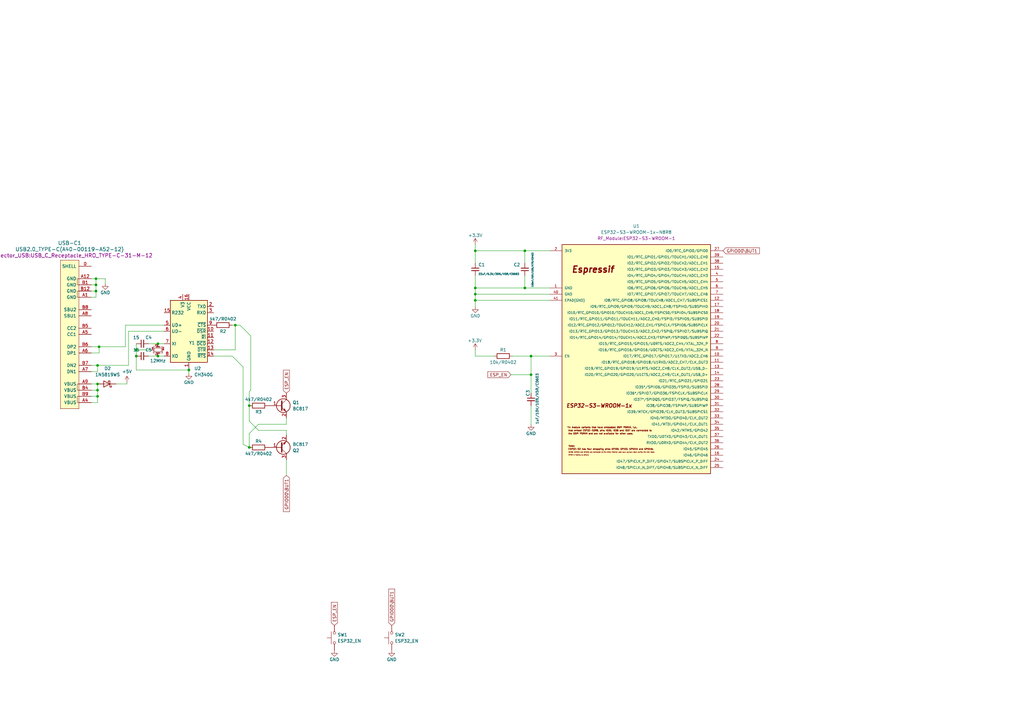
<source format=kicad_sch>
(kicad_sch (version 20230121) (generator eeschema)
  (paper "A3")
  (lib_symbols
    (symbol "Device:C_Small" (pin_numbers hide) (pin_names (offset 0.254) hide)
      (property "Reference" "C" (at 0.254 1.778 0))
      (property "Value" "C_Small" (at 0.254 -2.032 0))
      (symbol "C_Small_0_1"
        (polyline (pts (xy -1.524 -0.508) (xy 1.524 -0.508)) (stroke (width 0.3302)))
        (polyline (pts (xy -1.524 0.508) (xy 1.524 0.508)) (stroke (width 0.3048)))
      )
      (symbol "C_Small_1_1"
        (pin passive line (at 0 2.54 270) (length 2.032) (name "~") (number "1"))
        (pin passive line (at 0 -2.54 90) (length 2.032) (name "~") (number "2"))
      )
    )
    (symbol "Device:Crystal_GND24_Small" (pin_names (offset 1.016) hide)
      (property "Reference" "Y" (at 1.27 4.445 0))
      (property "Value" "Crystal_GND24_Small" (at 1.27 2.54 0))
      (symbol "Crystal_GND24_Small_0_1"
        (rectangle (start -0.762 -1.524) (end 0.762 1.524))
        (polyline (pts (xy -1.27 -0.762) (xy -1.27 0.762)) (stroke (width 0.381)))
        (polyline (pts (xy 1.27 -0.762) (xy 1.27 0.762)) (stroke (width 0.381)))
        (polyline (pts (xy -1.27 -1.27) (xy -1.27 -1.905) (xy 1.27 -1.905) (xy 1.27 -1.27)))
        (polyline (pts (xy -1.27 1.27) (xy -1.27 1.905) (xy 1.27 1.905) (xy 1.27 1.27)))
      )
      (symbol "Crystal_GND24_Small_1_1"
        (pin passive line (at -2.54 0 0) (length 1.27) (name "1") (number "1"))
        (pin passive line (at 0 -2.54 90) (length 0.635) (name "2") (number "2"))
        (pin passive line (at 2.54 0 180) (length 1.27) (name "3") (number "3"))
        (pin passive line (at 0 2.54 270) (length 0.635) (name "4") (number "4"))
      )
    )
    (symbol "Diode:1N5819WS" (pin_numbers hide) (pin_names (offset 1.016) hide)
      (property "Reference" "D" (at 0 2.54 0))
      (property "Value" "1N5819WS" (at 0 -2.54 0))
      (symbol "1N5819WS_0_1"
        (polyline (pts (xy 1.27 0) (xy -1.27 0)))
        (polyline (pts (xy 1.27 1.27) (xy 1.27 -1.27) (xy -1.27 0) (xy 1.27 1.27)) (stroke (width 0.254)))
        (polyline (pts (xy -1.905 0.635) (xy -1.905 1.27) (xy -1.27 1.27) (xy -1.27 -1.27) (xy -0.635 -1.27) (xy -0.635 -0.635)) (stroke (width 0.254)))
      )
      (symbol "1N5819WS_1_1"
        (pin passive line (at -3.81 0 0) (length 2.54) (name "K") (number "1"))
        (pin passive line (at 3.81 0 180) (length 2.54) (name "A") (number "2"))
      )
    )
    (symbol "ESP32-S3-DevKit-LiPo_Rev_B:+3.3V" (power) (pin_names (offset 0))
      (property "Value" "+3.3V" (at 0 3.556 0))
      (symbol "+3.3V_0_1"
        (polyline (pts (xy -0.762 1.27) (xy 0 2.54)))
        (polyline (pts (xy 0 0) (xy 0 2.54)))
        (polyline (pts (xy 0 2.54) (xy 0.762 1.27)))
      )
      (symbol "+3.3V_1_1"
        (pin power_in line (at 0 0 90) (length 0) hide (name "+3.3V") (number "1"))
      )
    )
    (symbol "ESP32-S3-DevKit-LiPo_Rev_B:+5V" (power) (pin_names (offset 0))
      (property "Value" "+5V" (at 0 3.556 0))
      (symbol "+5V_0_1"
        (polyline (pts (xy -0.762 1.27) (xy 0 2.54)))
        (polyline (pts (xy 0 0) (xy 0 2.54)))
        (polyline (pts (xy 0 2.54) (xy 0.762 1.27)))
      )
      (symbol "+5V_1_1"
        (pin power_in line (at 0 0 90) (length 0) hide (name "+5V") (number "1"))
      )
    )
    (symbol "ESP32-S3-DevKit-LiPo_Rev_B:C" (pin_numbers hide) (pin_names (offset 0.254) hide)
      (property "Reference" "C" (at 0.254 1.778 0))
      (property "Value" "C" (at 0.254 -2.032 0))
      (symbol "C_0_1"
        (polyline (pts (xy -1.524 -0.508) (xy 1.524 -0.508)) (stroke (width 0.3302)))
        (polyline (pts (xy -1.524 0.508) (xy 1.524 0.508)) (stroke (width 0.3048)))
      )
      (symbol "C_1_1"
        (pin passive line (at 0 2.54 270) (length 1.905) (name "~") (number "1"))
        (pin passive line (at 0 -2.54 90) (length 2.032) (name "~") (number "2"))
      )
    )
    (symbol "ESP32-S3-DevKit-LiPo_Rev_B:ESP32-S3-WROOM-1x-N8R8" (pin_names (offset 1.016))
      (property "Reference" "U" (at 0 46.8122 0))
      (property "Value" "ESP32-S3-WROOM-1x-N8R8" (at -15.24 -50.8 0))
      (property "Footprint" "OLIMEX_Cases-FP:ESP32-­S3-­WROOM­-1" (at -20.32 -53.34 0))
      (symbol "ESP32-S3-WROOM-1x-N8R8_0_0"
        (rectangle (start -30.48 -48.26) (end 30.48 45.72) (stroke (width 0.254)) (fill (type background)))
        (text "*In module variants that have embedded OSPI PSRAM, i.e.," (at -13.97 -29.21 0) (effects (font (size 0.635 0.635))))
        (text "ESP32-S3 has four strapping pins: GPIO0, GPIO3, GPIO45 and GPIO46." (at -10.414 -38.1 0) (effects (font (size 0.635 0.635))))
        (text "ESP32-S3-WROOM-1x" (at -15.24 -20.32 0) (effects (font (size 1.524 1.524) bold italic)))
        (text "Espressif" (at -17.78 35.56 0) (effects (font (size 2.54 2.54) bold italic)))
        (text "GPIO0, GPIO45 and GPIO46 are connected to the chip’s internal weak pull-up/pull-down during the chip reset." (at -10.16 -39.37 0) (effects (font (size 0.4064 0.4064))))
        (text "GPIO3 is floating by default." (at -23.622 -40.513 0) (effects (font (size 0.381 0.381))))
        (text "Note:" (at -26.543 -36.83 0) (effects (font (size 0.635 0.635))))
        (text "that embed ESP32-S3R8, pins IO35, IO36 and IO37 are connected to" (at -10.795 -30.48 0) (effects (font (size 0.635 0.635))))
        (text "the OSPI PSRAM and are not available for other uses." (at -14.605 -31.75 0) (effects (font (size 0.635 0.635))))
        (pin power_in line (at -35.56 27.94 0) (length 5.08) (name "GND") (number "1"))
        (pin bidirectional line (at 35.56 0 180) (length 5.08) (name "IO17/RTC_GPIO17/GPIO17/U1TXD/ADC2_CH6") (number "10"))
        (pin bidirectional line (at 35.56 -2.54 180) (length 5.08) (name "IO18/RTC_GPIO18/GPIO18/U1RXD/ADC2_CH7/CLK_OUT3") (number "11"))
        (pin bidirectional line (at 35.56 22.86 180) (length 5.08) (name "IO8/RTC_GPIO8/GPIO8/TOUCH8/ADC1_CH7/SUBSPICS1") (number "12"))
        (pin bidirectional line (at 35.56 -5.08 180) (length 5.08) (name "IO19/RTC_GPIO19/GPIO19/U1RTS/ADC2_CH8/CLK_OUT2/USB_D-") (number "13"))
        (pin bidirectional line (at 35.56 -7.62 180) (length 5.08) (name "IO20/RTC_GPIO20/GPIO20/U1CTS/ADC2_CH9/CLK_OUT1/USB_D+") (number "14"))
        (pin bidirectional line (at 35.56 35.56 180) (length 5.08) (name "IO3/RTC_GPIO3/GPIO3/TOUCH3/ADC1_CH2") (number "15"))
        (pin bidirectional line (at 35.56 -40.64 180) (length 5.08) (name "IO46/GPIO46") (number "16"))
        (pin bidirectional line (at 35.56 20.32 180) (length 5.08) (name "IO9/RTC_GPIO9/GPIO9/TOUCH9/ADC1_CH8/FSPIHD/SUBSPIHD") (number "17"))
        (pin bidirectional line (at 35.56 17.78 180) (length 5.08) (name "IO10/RTC_GPIO10/GPIO10/TOUCH10/ADC1_CH9/FSPICS0/FSPIIO4/SUBSPICS0") (number "18"))
        (pin bidirectional line (at 35.56 15.24 180) (length 5.08) (name "IO11/RTC_GPIO11/GPIO11/TOUCH11/ADC2_CH0/FSPID/FSPIIO5/SUBSPID") (number "19"))
        (pin power_in line (at -35.56 43.18 0) (length 5.08) (name "3V3") (number "2"))
        (pin bidirectional line (at 35.56 12.7 180) (length 5.08) (name "IO12/RTC_GPIO12/GPIO12/TOUCH12/ADC2_CH1/FSPICLK/FSPIIO6/SUBSPICLK") (number "20"))
        (pin bidirectional line (at 35.56 10.16 180) (length 5.08) (name "IO13/RTC_GPIO13/GPIO13/TOUCH13/ADC2_CH2/FSPIQ/FSPIIO7/SUBSPIQ") (number "21"))
        (pin bidirectional line (at 35.56 7.62 180) (length 5.08) (name "IO14/RTC_GPIO14/GPIO14/TOUCH14/ADC2_CH3/FSPIWP/FSPIDQS/SUBSPIWP") (number "22"))
        (pin bidirectional line (at 35.56 -10.16 180) (length 5.08) (name "IO21/RTC_GPIO21/GPIO21") (number "23"))
        (pin bidirectional line (at 35.56 -43.18 180) (length 5.08) (name "IO47/SPICLK_P_DIFF/GPIO47/SUBSPICLK_P_DIFF") (number "24"))
        (pin bidirectional line (at 35.56 -45.72 180) (length 5.08) (name "IO48/SPICLK_N_DIFF/GPIO48/SUBSPICLK_N_DIFF") (number "25"))
        (pin bidirectional line (at 35.56 -38.1 180) (length 5.08) (name "IO45/GPIO45") (number "26"))
        (pin bidirectional line (at 35.56 43.18 180) (length 5.08) (name "IO0/RTC_GPIO0/GPIO0") (number "27"))
        (pin bidirectional line (at 35.56 -12.7 180) (length 5.08) (name "IO35*/SPIIO6/GPIO35/FSPID/SUBSPID") (number "28"))
        (pin bidirectional line (at 35.56 -15.24 180) (length 5.08) (name "IO36*/SPIIO7/GPIO36/FSPICLK/SUBSPICLK") (number "29"))
        (pin input line (at -35.56 0 0) (length 5.08) (name "EN") (number "3"))
        (pin bidirectional line (at 35.56 -17.78 180) (length 5.08) (name "IO37*/SPIDQS/GPIO37/FSPIQ/SUBSPIQ") (number "30"))
        (pin bidirectional line (at 35.56 -20.32 180) (length 5.08) (name "IO38/GPIO38/FSPIWP/SUBSPIWP") (number "31"))
        (pin bidirectional line (at 35.56 -22.86 180) (length 5.08) (name "IO39/MTCK/GPIO39/CLK_OUT3/SUBSPICS1") (number "32"))
        (pin bidirectional line (at 35.56 -25.4 180) (length 5.08) (name "IO40/MTDO/GPIO40/CLK_OUT2") (number "33"))
        (pin bidirectional line (at 35.56 -27.94 180) (length 5.08) (name "IO41/MTDI/GPIO41/CLK_OUT1") (number "34"))
        (pin bidirectional line (at 35.56 -30.48 180) (length 5.08) (name "IO42/MTMS/GPIO42") (number "35"))
        (pin bidirectional line (at 35.56 -35.56 180) (length 5.08) (name "RXD0/U0RXD/GPIO44/CLK_OUT2") (number "36"))
        (pin bidirectional line (at 35.56 -33.02 180) (length 5.08) (name "TXD0/U0TXD/GPIO43/CLK_OUT1") (number "37"))
        (pin bidirectional line (at 35.56 38.1 180) (length 5.08) (name "IO2/RTC_GPIO2/GPIO2/TOUCH2/ADC1_CH1") (number "38"))
        (pin bidirectional line (at 35.56 40.64 180) (length 5.08) (name "IO1/RTC_GPIO1/GPIO1/TOUCH1/ADC1_CH0") (number "39"))
        (pin power_in line (at -35.56 25.4 0) (length 5.08) (name "GND") (number "40"))
        (pin power_in line (at -35.56 22.86 0) (length 5.08) (name "EPAD(GND)") (number "41"))
        (pin bidirectional line (at 35.56 30.48 180) (length 5.08) (name "IO5/RTC_GPIO5/GPIO5/TOUCH5/ADC1_CH4") (number "5"))
        (pin bidirectional line (at 35.56 27.94 180) (length 5.08) (name "IO6/RTC_GPIO6/GPIO6/TOUCH6/ADC1_CH5") (number "6"))
        (pin bidirectional line (at 35.56 25.4 180) (length 5.08) (name "IO7/RTC_GPIO7/GPIO7/TOUCH7/ADC1_CH6") (number "7"))
        (pin bidirectional line (at 35.56 5.08 180) (length 5.08) (name "IO15/RTC_GPIO15/GPIO15/U0RTS/ADC2_CH4/XTAL_32K_P") (number "8"))
        (pin bidirectional line (at 35.56 2.54 180) (length 5.08) (name "IO16/RTC_GPIO16/GPIO16/U0CTS/ADC2_CH5/XTAL_32K_N") (number "9"))
      )
      (symbol "ESP32-S3-WROOM-1x-N8R8_0_1"
        (pin bidirectional line (at 35.56 33.02 180) (length 5.08) (name "IO4/RTC_GPIO4/GPIO4/TOUCH4/ADC1_CH3") (number "4"))
      )
    )
    (symbol "ESP32-S3-DevKit-LiPo_Rev_B:GND" (power) (pin_names (offset 0))
      (property "Value" "GND" (at 0 -3.81 0))
      (symbol "GND_0_1"
        (polyline (pts (xy 0 0) (xy 0 -1.27) (xy 1.27 -1.27) (xy 0 -2.54) (xy -1.27 -1.27) (xy 0 -1.27)))
      )
      (symbol "GND_1_1"
        (pin power_in line (at 0 0 270) (length 0) hide (name "GND") (number "1"))
      )
    )
    (symbol "ESP32-S3-DevKit-LiPo_Rev_B:R" (pin_numbers hide) (pin_names (offset 0))
      (property "Reference" "R" (at 0 2.032 0))
      (property "Value" "R" (at 0 0 0))
      (symbol "R_0_1"
        (rectangle (start 2.54 -1.016) (end -2.54 1.016) (stroke (width 0.254)))
      )
      (symbol "R_1_1"
        (pin passive line (at -3.81 0 0) (length 1.27) (name "~") (number "1"))
        (pin passive line (at 3.81 0 180) (length 1.27) (name "~") (number "2"))
      )
    )
    (symbol "ESP32-S3-DevKit-LiPo_Rev_B:USB2.0_TYPE-C(A40-00119-A52-12)" (pin_names (offset 1.016))
      (property "Reference" "USB-C" (at 0 33.02 0))
      (property "Value" "USB2.0_TYPE-C(A40-00119-A52-12)" (at 0 -33.02 0))
      (property "Footprint" "OLIMEX_Connectors-FP:USB2.0_TYPE-C(A40-00119-A52-12)" (at 0 -35.56 0))
      (symbol "USB2.0_TYPE-C(A40-00119-A52-12)_0_1"
        (rectangle (start -2.54 30.48) (end 5.08 -30.48) (fill (type background)))
        (polyline (pts (xy -2.54 -20.32) (xy -1.905 -20.32) (xy -1.905 -22.86) (xy -2.54 -22.86)))
        (polyline (pts (xy -2.54 -15.24) (xy -1.905 -15.24) (xy -1.905 -17.78) (xy -2.54 -17.78)))
        (polyline (pts (xy -2.54 22.86) (xy -1.905 22.86) (xy -1.905 20.32) (xy -2.54 20.32)))
        (polyline (pts (xy -2.54 27.94) (xy -1.905 27.94) (xy -1.905 25.4) (xy -2.54 25.4)))
      )
      (symbol "USB2.0_TYPE-C(A40-00119-A52-12)_1_1"
        (pin passive line (at -7.62 -27.94 0) (length 5.08) (name "SHELL") (number "0"))
        (pin power_in line (at -7.62 -15.24 0) (length 5.08) (name "GND") (number "A1"))
        (pin power_in line (at -7.62 -22.86 0) (length 5.08) (name "GND") (number "A12"))
        (pin power_in line (at -7.62 27.94 0) (length 5.08) (name "VBUS") (number "A4"))
        (pin input line (at -7.62 0 0) (length 5.08) (name "CC1") (number "A5"))
        (pin bidirectional line (at -7.62 7.62 0) (length 5.08) (name "DP1") (number "A6"))
        (pin bidirectional line (at -7.62 15.24 0) (length 5.08) (name "DN1") (number "A7"))
        (pin bidirectional line (at -7.62 -7.62 0) (length 5.08) (name "SBU1") (number "A8"))
        (pin power_in line (at -7.62 20.32 0) (length 5.08) (name "VBUS") (number "A9"))
        (pin power_in line (at -7.62 -20.32 0) (length 5.08) (name "GND") (number "B1"))
        (pin power_in line (at -7.62 -17.78 0) (length 5.08) (name "GND") (number "B12"))
        (pin power_in line (at -7.62 22.86 0) (length 5.08) (name "VBUS") (number "B4"))
        (pin input line (at -7.62 -2.54 0) (length 5.08) (name "CC2") (number "B5"))
        (pin bidirectional line (at -7.62 5.08 0) (length 5.08) (name "DP2") (number "B6"))
        (pin bidirectional line (at -7.62 12.7 0) (length 5.08) (name "DN2") (number "B7"))
        (pin bidirectional line (at -7.62 -10.16 0) (length 5.08) (name "SBU2") (number "B8"))
        (pin power_in line (at -7.62 25.4 0) (length 5.08) (name "VBUS") (number "B9"))
      )
    )
    (symbol "Interface_USB:CH340G"
      (property "Reference" "U" (at -5.08 13.97 0))
      (property "Value" "CH340G" (at 1.27 13.97 0))
      (symbol "CH340G_0_1"
        (rectangle (start -7.62 12.7) (end 7.62 -12.7) (stroke (width 0.254)) (fill (type background)))
      )
      (symbol "CH340G_1_1"
        (pin power_in line (at 0 -15.24 90) (length 2.54) (name "GND") (number "1"))
        (pin input line (at 10.16 0 180) (length 2.54) (name "~{DSR}") (number "10"))
        (pin input line (at 10.16 -2.54 180) (length 2.54) (name "~{RI}") (number "11"))
        (pin input line (at 10.16 -5.08 180) (length 2.54) (name "~{DCD}") (number "12"))
        (pin output line (at 10.16 -7.62 180) (length 2.54) (name "~{DTR}") (number "13"))
        (pin output line (at 10.16 -10.16 180) (length 2.54) (name "~{RTS}") (number "14"))
        (pin input line (at -10.16 7.62 0) (length 2.54) (name "R232") (number "15"))
        (pin power_in line (at 0 15.24 270) (length 2.54) (name "VCC") (number "16"))
        (pin output line (at 10.16 10.16 180) (length 2.54) (name "TXD") (number "2"))
        (pin input line (at 10.16 7.62 180) (length 2.54) (name "RXD") (number "3"))
        (pin passive line (at -2.54 15.24 270) (length 2.54) (name "V3") (number "4"))
        (pin bidirectional line (at -10.16 2.54 0) (length 2.54) (name "UD+") (number "5"))
        (pin bidirectional line (at -10.16 0 0) (length 2.54) (name "UD-") (number "6"))
        (pin input line (at -10.16 -5.08 0) (length 2.54) (name "XI") (number "7"))
        (pin output line (at -10.16 -10.16 0) (length 2.54) (name "XO") (number "8"))
        (pin input line (at 10.16 2.54 180) (length 2.54) (name "~{CTS}") (number "9"))
      )
    )
    (symbol "Switch:SW_Push" (pin_numbers hide) (pin_names (offset 1.016) hide)
      (property "Reference" "SW" (at 1.27 2.54 0))
      (property "Value" "SW_Push" (at 0 -1.524 0))
      (symbol "SW_Push_0_1"
        (circle (center -2.032 0) (radius 0.508))
        (polyline (pts (xy 0 1.27) (xy 0 3.048)))
        (polyline (pts (xy 2.54 1.27) (xy -2.54 1.27)))
        (circle (center 2.032 0) (radius 0.508))
        (pin passive line (at -5.08 0 0) (length 2.54) (name "1") (number "1"))
        (pin passive line (at 5.08 0 180) (length 2.54) (name "2") (number "2"))
      )
    )
    (symbol "Transistor_BJT:BC817" (pin_names (offset 0) hide)
      (property "Reference" "Q" (at 5.08 1.905 0))
      (property "Value" "BC817" (at 5.08 0 0))
      (symbol "BC817_0_1"
        (polyline (pts (xy 0.635 0.635) (xy 2.54 2.54)))
        (polyline (pts (xy 0.635 -0.635) (xy 2.54 -2.54) (xy 2.54 -2.54)))
        (polyline (pts (xy 0.635 1.905) (xy 0.635 -1.905) (xy 0.635 -1.905)) (stroke (width 0.508)))
        (polyline (pts (xy 1.27 -1.778) (xy 1.778 -1.27) (xy 2.286 -2.286) (xy 1.27 -1.778) (xy 1.27 -1.778)) (fill (type outline)))
        (circle (center 1.27 0) (radius 2.8194) (stroke (width 0.254)))
      )
      (symbol "BC817_1_1"
        (pin input line (at -5.08 0 0) (length 5.715) (name "B") (number "1"))
        (pin passive line (at 2.54 -5.08 90) (length 2.54) (name "E") (number "2"))
        (pin passive line (at 2.54 5.08 270) (length 2.54) (name "C") (number "3"))
      )
    )
  )
  (junction (at 64.77 140.97))
  (junction (at 40.005 149.86))
  (junction (at 39.37 119.38))
  (junction (at 55.88 146.05))
  (junction (at 39.37 116.84))
  (junction (at 194.945 123.19))
  (junction (at 77.47 151.765))
  (junction (at 40.005 157.48))
  (junction (at 194.945 120.65))
  (junction (at 217.805 153.67))
  (junction (at 194.945 118.11))
  (junction (at 217.805 146.05))
  (junction (at 102.235 166.37))
  (junction (at 96.52 133.35))
  (junction (at 55.88 143.51))
  (junction (at 194.945 102.87))
  (junction (at 40.005 160.02))
  (junction (at 215.265 102.87))
  (junction (at 40.64 142.24))
  (junction (at 102.235 183.515))
  (junction (at 40.005 162.56))
  (junction (at 64.77 146.05))
  (junction (at 215.265 118.11))
  (junction (at 39.37 114.3))
  (wire (pts (xy 40.005 157.48) (xy 40.005 160.02)))
  (wire (pts (xy 40.005 152.4) (xy 40.005 149.86)))
  (wire (pts (xy 194.945 123.19) (xy 225.425 123.19)))
  (wire (pts (xy 40.005 162.56) (xy 40.005 160.02)))
  (wire (pts (xy 87.63 146.05) (xy 95.25 146.05)))
  (wire (pts (xy 194.945 107.95) (xy 194.945 102.87)))
  (wire (pts (xy 77.47 151.765) (xy 77.47 153.035)))
  (wire (pts (xy 194.945 146.05) (xy 202.565 146.05)))
  (wire (pts (xy 55.88 140.97) (xy 55.88 143.51)))
  (wire (pts (xy 215.265 102.87) (xy 194.945 102.87)))
  (wire (pts (xy 40.005 160.02) (xy 37.465 160.02)))
  (wire (pts (xy 99.695 150.495) (xy 99.695 182.245)))
  (wire (pts (xy 217.805 146.05) (xy 225.425 146.05)))
  (wire (pts (xy 117.475 178.435) (xy 117.475 176.53)))
  (wire (pts (xy 96.52 133.35) (xy 95.25 133.35)))
  (wire (pts (xy 217.805 146.05) (xy 217.805 153.67)))
  (wire (pts (xy 55.88 146.05) (xy 55.88 151.765)))
  (wire (pts (xy 102.87 137.795) (xy 102.87 160.02)))
  (wire (pts (xy 95.25 146.05) (xy 99.695 150.495)))
  (wire (pts (xy 117.475 173.99) (xy 106.045 173.99)))
  (wire (pts (xy 102.235 160.655) (xy 102.235 166.37)))
  (wire (pts (xy 102.87 160.02) (xy 102.235 160.655)))
  (wire (pts (xy 225.425 120.65) (xy 194.945 120.65)))
  (wire (pts (xy 194.945 118.11) (xy 215.265 118.11)))
  (wire (pts (xy 37.465 165.1) (xy 40.005 165.1)))
  (wire (pts (xy 194.945 102.87) (xy 194.945 100.33)))
  (wire (pts (xy 55.88 151.765) (xy 77.47 151.765)))
  (wire (pts (xy 217.805 153.67) (xy 217.805 161.29)))
  (wire (pts (xy 106.045 176.53) (xy 102.235 172.72)))
  (wire (pts (xy 40.64 142.24) (xy 37.465 142.24)))
  (wire (pts (xy 37.465 144.78) (xy 40.64 144.78)))
  (wire (pts (xy 52.07 157.48) (xy 52.07 156.845)))
  (wire (pts (xy 37.465 152.4) (xy 40.005 152.4)))
  (wire (pts (xy 60.96 140.97) (xy 64.77 140.97)))
  (wire (pts (xy 52.705 135.89) (xy 67.31 135.89)))
  (wire (pts (xy 77.47 151.13) (xy 77.47 151.765)))
  (wire (pts (xy 215.265 118.11) (xy 225.425 118.11)))
  (wire (pts (xy 51.435 133.35) (xy 51.435 142.24)))
  (wire (pts (xy 106.045 173.99) (xy 102.235 177.8)))
  (wire (pts (xy 194.945 143.51) (xy 194.945 146.05)))
  (wire (pts (xy 39.37 114.3) (xy 39.37 116.84)))
  (wire (pts (xy 217.805 166.37) (xy 217.805 173.99)))
  (wire (pts (xy 194.945 120.65) (xy 194.945 123.19)))
  (wire (pts (xy 39.37 121.92) (xy 39.37 119.38)))
  (wire (pts (xy 43.18 116.205) (xy 43.18 114.3)))
  (wire (pts (xy 37.465 119.38) (xy 39.37 119.38)))
  (wire (pts (xy 98.425 133.35) (xy 102.87 137.795)))
  (wire (pts (xy 40.005 149.86) (xy 37.465 149.86)))
  (wire (pts (xy 209.55 153.67) (xy 217.805 153.67)))
  (wire (pts (xy 215.265 113.03) (xy 215.265 118.11)))
  (wire (pts (xy 102.235 177.8) (xy 102.235 183.515)))
  (wire (pts (xy 37.465 162.56) (xy 40.005 162.56)))
  (wire (pts (xy 225.425 102.87) (xy 215.265 102.87)))
  (wire (pts (xy 43.18 114.3) (xy 39.37 114.3)))
  (wire (pts (xy 55.88 143.51) (xy 62.23 143.51)))
  (wire (pts (xy 55.88 143.51) (xy 55.88 146.05)))
  (wire (pts (xy 99.695 182.245) (xy 102.235 183.515)))
  (wire (pts (xy 37.465 114.3) (xy 39.37 114.3)))
  (wire (pts (xy 215.265 107.95) (xy 215.265 102.87)))
  (wire (pts (xy 60.96 146.05) (xy 64.77 146.05)))
  (wire (pts (xy 194.945 113.03) (xy 194.945 118.11)))
  (wire (pts (xy 102.235 166.37) (xy 102.235 172.72)))
  (wire (pts (xy 194.945 125.73) (xy 194.945 123.19)))
  (wire (pts (xy 64.77 140.97) (xy 67.31 140.97)))
  (wire (pts (xy 52.705 135.89) (xy 52.705 149.86)))
  (wire (pts (xy 37.465 121.92) (xy 39.37 121.92)))
  (wire (pts (xy 51.435 133.35) (xy 67.31 133.35)))
  (wire (pts (xy 117.475 171.45) (xy 117.475 173.99)))
  (wire (pts (xy 40.64 144.78) (xy 40.64 142.24)))
  (wire (pts (xy 96.52 133.35) (xy 98.425 133.35)))
  (wire (pts (xy 64.77 146.05) (xy 67.31 146.05)))
  (wire (pts (xy 87.63 143.51) (xy 96.52 143.51)))
  (wire (pts (xy 39.37 116.84) (xy 37.465 116.84)))
  (wire (pts (xy 117.475 188.595) (xy 117.475 194.945)))
  (wire (pts (xy 37.465 157.48) (xy 40.005 157.48)))
  (wire (pts (xy 194.945 118.11) (xy 194.945 120.65)))
  (wire (pts (xy 96.52 143.51) (xy 96.52 133.35)))
  (wire (pts (xy 39.37 119.38) (xy 39.37 116.84)))
  (wire (pts (xy 210.185 146.05) (xy 217.805 146.05)))
  (wire (pts (xy 117.475 176.53) (xy 106.045 176.53)))
  (wire (pts (xy 51.435 142.24) (xy 40.64 142.24)))
  (wire (pts (xy 40.005 165.1) (xy 40.005 162.56)))
  (wire (pts (xy 52.705 149.86) (xy 40.005 149.86)))
  (wire (pts (xy 47.625 157.48) (xy 52.07 157.48)))
  (global_label "GPIO00\\BUT1" (shape input) (at 117.475 194.945 270) (property "Intersheetrefs" "${INTERSHEET_REFS}" (effects hide)))
  (global_label "GPIO00\\BUT1" (shape input) (at 296.545 102.87 0) (property "Intersheetrefs" "${INTERSHEET_REFS}" (effects hide)))
  (global_label "ESP_EN" (shape input) (at 137.16 256.54 90) (property "Intersheetrefs" "${INTERSHEET_REFS}" (effects hide)))
  (global_label "ESP_EN" (shape input) (at 117.475 161.29 90) (property "Intersheetrefs" "${INTERSHEET_REFS}" (effects hide)))
  (global_label "GPIO00\\BUT1" (shape input) (at 160.655 256.54 90) (property "Intersheetrefs" "${INTERSHEET_REFS}" (effects hide)))
  (global_label "ESP_EN" (shape input) (at 209.55 153.67 180) (property "Intersheetrefs" "${INTERSHEET_REFS}" (effects hide)))
  (symbol (lib_id "Device:C_Small") (at 58.42 146.05 90) (unit 1)
    (property "Reference" "C5" (at 60.96 143.51 90))
    (property "Value" "15" (at 55.88 143.51 90))
    (property "Footprint" "Capacitor_SMD:C_0402_1005Metric" (effects hide))
  )
  (symbol (lib_id "ESP32-S3-DevKit-LiPo_Rev_B:GND") (at 217.805 173.99 0) (unit 1)
    (property "Reference" "#PWR04" (effects hide))
    (property "Value" "GND" (at 217.805 177.8 0))
  )
  (symbol (lib_id "Device:C_Small") (at 58.42 140.97 90) (unit 1)
    (property "Reference" "C4" (at 60.96 138.43 90))
    (property "Value" "15" (at 55.88 138.43 90))
    (property "Footprint" "Capacitor_SMD:C_0402_1005Metric" (effects hide))
  )
  (symbol (lib_id "ESP32-S3-DevKit-LiPo_Rev_B:R") (at 106.045 183.515 0) (mirror y) (unit 1)
    (property "Reference" "R4" (at 106.045 180.975 0))
    (property "Value" "4k7/R0402" (at 106.045 186.055 0))
    (property "Footprint" "Resistor_SMD:R_0805_2012Metric" (effects hide))
    (property "Fieldname 1" "Value 1" (effects hide))
    (property "Fieldname2" "Value2" (effects hide))
    (property "Fieldname3" "Value3" (effects hide))
  )
  (symbol (lib_id "Device:Crystal_GND24_Small") (at 64.77 143.51 90) (unit 1)
    (property "Reference" "Y1" (at 78.74 140.5957 90))
    (property "Value" "12MHz" (at 64.77 147.955 90))
    (property "Footprint" "Crystal:Crystal_SMD_3225-4Pin_3.2x2.5mm" (effects hide))
  )
  (symbol (lib_id "ESP32-S3-DevKit-LiPo_Rev_B:GND") (at 194.945 125.73 0) (unit 1)
    (property "Reference" "#PWR02" (effects hide))
    (property "Value" "GND" (at 194.945 129.54 0))
  )
  (symbol (lib_id "Transistor_BJT:BC817") (at 114.935 166.37 0) (unit 1)
    (property "Reference" "Q1" (at 120.015 165.1 0) (effects (justify left)))
    (property "Value" "BC817" (at 120.015 167.64 0) (effects (justify left)))
    (property "Footprint" "Package_TO_SOT_SMD:SOT-23" (effects hide))
    (property "Datasheet" "https://www.onsemi.com/pub/Collateral/BC818-D.pdf" (effects hide))
  )
  (symbol (lib_id "ESP32-S3-DevKit-LiPo_Rev_B:+5V") (at 52.07 156.845 0) (unit 1)
    (property "Reference" "#PWR09" (effects hide))
    (property "Value" "+5V" (at 52.07 152.4 0))
  )
  (symbol (lib_id "Switch:SW_Push") (at 160.655 261.62 90) (unit 1)
    (property "Reference" "SW2" (at 161.925 260.35 90) (effects (justify right)))
    (property "Value" "ESP32_EN" (at 161.925 262.89 90) (effects (justify right)))
    (property "Footprint" "Button_Switch_SMD:SW_SPST_EVQPE1" (effects hide))
  )
  (symbol (lib_id "ESP32-S3-DevKit-LiPo_Rev_B:R") (at 106.045 166.37 180) (unit 1)
    (property "Reference" "R3" (at 106.045 168.91 0))
    (property "Value" "4k7/R0402" (at 106.045 163.83 0))
    (property "Footprint" "Resistor_SMD:R_0805_2012Metric" (effects hide))
    (property "Fieldname 1" "Value 1" (effects hide))
    (property "Fieldname2" "Value2" (effects hide))
    (property "Fieldname3" "Value3" (effects hide))
  )
  (symbol (lib_id "ESP32-S3-DevKit-LiPo_Rev_B:GND") (at 43.18 116.205 0) (unit 1)
    (property "Reference" "#PWR05" (effects hide))
    (property "Value" "GND" (at 43.18 120.015 0))
  )
  (symbol (lib_id "ESP32-S3-DevKit-LiPo_Rev_B:GND") (at 160.655 266.7 0) (unit 1)
    (property "Reference" "#PWR08" (effects hide))
    (property "Value" "GND" (at 160.655 270.51 0))
  )
  (symbol (lib_id "ESP32-S3-DevKit-LiPo_Rev_B:GND") (at 137.16 266.7 0) (unit 1)
    (property "Reference" "#PWR07" (effects hide))
    (property "Value" "GND" (at 137.16 270.51 0))
  )
  (symbol (lib_id "ESP32-S3-DevKit-LiPo_Rev_B:ESP32-S3-WROOM-1x-N8R8") (at 260.985 146.05 0) (unit 1)
    (property "Reference" "U1" (at 260.985 92.71 0))
    (property "Value" "ESP32-S3-WROOM-1x-N8R8" (at 260.985 95.25 0))
    (property "Footprint" "RF_Module:ESP32-S3-WROOM-1" (at 260.985 97.79 0))
  )
  (symbol (lib_id "ESP32-S3-DevKit-LiPo_Rev_B:GND") (at 77.47 153.035 0) (unit 1)
    (property "Reference" "#PWR06" (effects hide))
    (property "Value" "GND" (at 77.47 156.845 0))
  )
  (symbol (lib_id "ESP32-S3-DevKit-LiPo_Rev_B:R") (at 91.44 133.35 180) (unit 1)
    (property "Reference" "R2" (at 91.44 135.89 0))
    (property "Value" "4k7/R0402" (at 91.44 130.81 0))
    (property "Footprint" "Resistor_SMD:R_0805_2012Metric" (effects hide))
    (property "Fieldname 1" "Value 1" (effects hide))
    (property "Fieldname2" "Value2" (effects hide))
    (property "Fieldname3" "Value3" (effects hide))
  )
  (symbol (lib_id "Switch:SW_Push") (at 137.16 261.62 90) (unit 1)
    (property "Reference" "SW1" (at 138.43 260.35 90) (effects (justify right)))
    (property "Value" "ESP32_EN" (at 138.43 262.89 90) (effects (justify right)))
    (property "Footprint" "Button_Switch_SMD:SW_SPST_EVQPE1" (effects hide))
  )
  (symbol (lib_id "ESP32-S3-DevKit-LiPo_Rev_B:+3.3V") (at 194.945 143.51 0) (unit 1)
    (property "Reference" "#PWR03" (effects hide))
    (property "Value" "+3.3V" (at 191.77 139.7 0) (effects (justify left)))
  )
  (symbol (lib_id "ESP32-S3-DevKit-LiPo_Rev_B:+3.3V") (at 194.945 100.33 0) (unit 1)
    (property "Reference" "#PWR01" (effects hide))
    (property "Value" "+3.3V" (at 194.945 96.52 0))
  )
  (symbol (lib_id "ESP32-S3-DevKit-LiPo_Rev_B:USB2.0_TYPE-C(A40-00119-A52-12)") (at 29.845 137.16 180) (unit 1)
    (property "Reference" "USB-C1" (at 28.575 99.695 0) (effects (font (size 1.524 1.524))))
    (property "Value" "USB2.0_TYPE-C(A40-00119-A52-12)" (at 28.575 102.235 0) (effects (font (size 1.524 1.524))))
    (property "Footprint" "Connector_USB:USB_C_Receptacle_HRO_TYPE-C-31-M-12" (at 28.575 104.775 0) (effects (font (size 1.524 1.524))))
  )
  (symbol (lib_id "Interface_USB:CH340G") (at 77.47 135.89 0) (unit 1)
    (property "Reference" "U2" (at 79.6641 151.13 0) (effects (justify left)))
    (property "Value" "CH340G" (at 79.6641 153.67 0) (effects (justify left)))
    (property "Footprint" "Package_SO:SOIC-16_3.9x9.9mm_P1.27mm" (effects hide))
    (property "Datasheet" "http://www.datasheet5.com/pdf-local-2195953" (effects hide))
  )
  (symbol (lib_id "ESP32-S3-DevKit-LiPo_Rev_B:R") (at 206.375 146.05 0) (unit 1)
    (property "Reference" "R1" (at 206.375 143.51 0))
    (property "Value" "10k/R0402" (at 206.375 148.59 0))
    (property "Footprint" "Resistor_SMD:R_0805_2012Metric" (effects hide))
    (property "Fieldname 1" "Value 1" (effects hide))
    (property "Fieldname2" "Value2" (effects hide))
    (property "Fieldname3" "Value3" (effects hide))
  )
  (symbol (lib_id "ESP32-S3-DevKit-LiPo_Rev_B:C") (at 215.265 110.49 180) (unit 1)
    (property "Reference" "C2" (at 213.36 108.585 0) (effects (justify left)))
    (property "Value" "100nF/10V/10%/X7R/C0402" (at 218.44 103.505 90) (effects (font (size 0.635 0.635)) (justify left)))
    (property "Footprint" "Capacitor_SMD:C_0805_2012Metric" (effects hide))
    (property "Fieldname 1" "Value 1" (effects hide))
    (property "Fieldname2" "Value2" (effects hide))
    (property "Fieldname3" "Value3" (effects hide))
  )
  (symbol (lib_id "ESP32-S3-DevKit-LiPo_Rev_B:C") (at 217.805 163.83 0) (unit 1)
    (property "Reference" "C3" (at 216.535 162.56 90) (effects (justify left)))
    (property "Value" "1uF/10V/10%/X5R/C0603" (at 220.345 173.99 90) (effects (font (size 1.016 1.016)) (justify left)))
    (property "Footprint" "Capacitor_SMD:C_0805_2012Metric" (effects hide))
    (property "Fieldname 1" "Value 1" (effects hide))
    (property "Fieldname2" "Value2" (effects hide))
    (property "Fieldname3" "Value3" (effects hide))
  )
  (symbol (lib_id "Transistor_BJT:BC817") (at 114.935 183.515 0) (mirror x) (unit 1)
    (property "Reference" "Q2" (at 120.015 184.785 0) (effects (justify left)))
    (property "Value" "BC817" (at 120.015 182.245 0) (effects (justify left)))
    (property "Footprint" "Package_TO_SOT_SMD:SOT-23" (effects hide))
    (property "Datasheet" "https://www.onsemi.com/pub/Collateral/BC818-D.pdf" (effects hide))
  )
  (symbol (lib_id "ESP32-S3-DevKit-LiPo_Rev_B:C") (at 194.945 110.49 0) (unit 1)
    (property "Reference" "C1" (at 196.215 108.585 0) (effects (justify left)))
    (property "Value" "22uF/6.3V/20%/X5R/C0603" (at 196.215 112.395 0) (effects (font (size 0.762 0.762)) (justify left)))
    (property "Footprint" "Capacitor_SMD:C_0805_2012Metric" (effects hide))
    (property "Fieldname 1" "Value 1" (effects hide))
    (property "Fieldname2" "Value2" (effects hide))
    (property "Fieldname3" "Value3" (effects hide))
  )
  (symbol (lib_id "Diode:1N5819WS") (at 43.815 157.48 180) (unit 1)
    (property "Reference" "D2" (at 44.1325 151.13 0))
    (property "Value" "1N5819WS" (at 44.1325 153.67 0))
    (property "Footprint" "Diode_SMD:D_SOD-323" (effects hide))
    (property "Datasheet" "https://datasheet.lcsc.com/lcsc/2204281430_Guangdong-Hottech-1N5819WS_C191023.pdf" (effects hide))
  )
)
</source>
